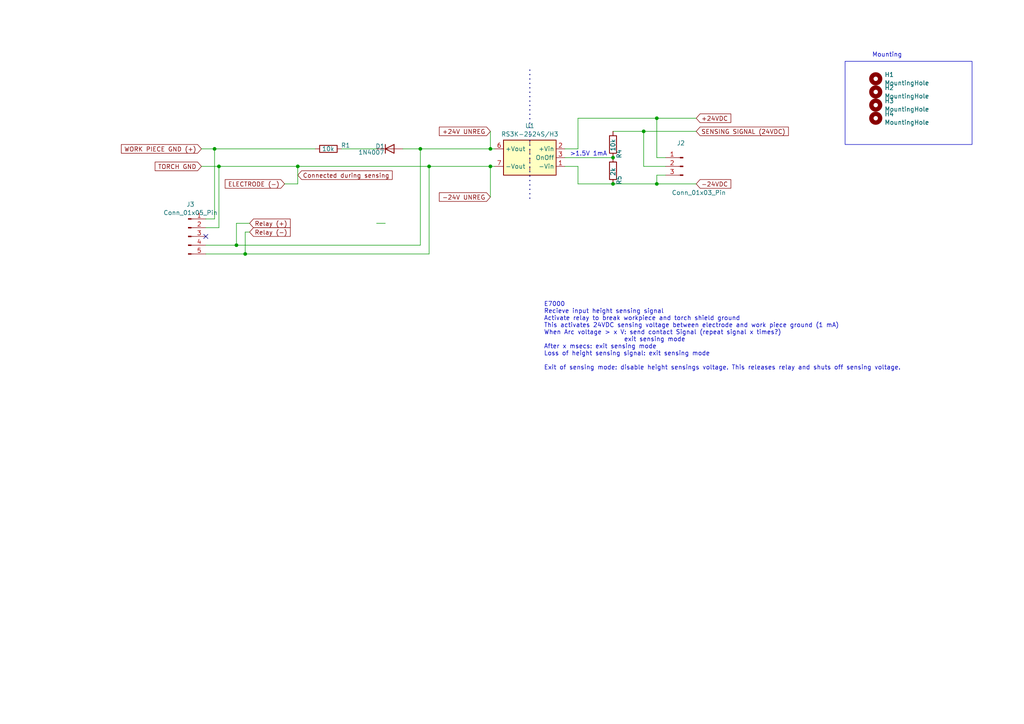
<source format=kicad_sch>
(kicad_sch
	(version 20231120)
	(generator "eeschema")
	(generator_version "8.0")
	(uuid "2f7c1153-70ce-434d-b080-3c6aade9d7b3")
	(paper "A4")
	(title_block
		(title "Clip work piece ground from torch grounded shield")
	)
	(lib_symbols
		(symbol "Connector:Conn_01x03_Pin"
			(pin_names
				(offset 1.016) hide)
			(exclude_from_sim no)
			(in_bom yes)
			(on_board yes)
			(property "Reference" "J"
				(at 0 5.08 0)
				(effects
					(font
						(size 1.27 1.27)
					)
				)
			)
			(property "Value" "Conn_01x03_Pin"
				(at 0 -5.08 0)
				(effects
					(font
						(size 1.27 1.27)
					)
				)
			)
			(property "Footprint" ""
				(at 0 0 0)
				(effects
					(font
						(size 1.27 1.27)
					)
					(hide yes)
				)
			)
			(property "Datasheet" "~"
				(at 0 0 0)
				(effects
					(font
						(size 1.27 1.27)
					)
					(hide yes)
				)
			)
			(property "Description" "Generic connector, single row, 01x03, script generated"
				(at 0 0 0)
				(effects
					(font
						(size 1.27 1.27)
					)
					(hide yes)
				)
			)
			(property "ki_locked" ""
				(at 0 0 0)
				(effects
					(font
						(size 1.27 1.27)
					)
				)
			)
			(property "ki_keywords" "connector"
				(at 0 0 0)
				(effects
					(font
						(size 1.27 1.27)
					)
					(hide yes)
				)
			)
			(property "ki_fp_filters" "Connector*:*_1x??_*"
				(at 0 0 0)
				(effects
					(font
						(size 1.27 1.27)
					)
					(hide yes)
				)
			)
			(symbol "Conn_01x03_Pin_1_1"
				(polyline
					(pts
						(xy 1.27 -2.54) (xy 0.8636 -2.54)
					)
					(stroke
						(width 0.1524)
						(type default)
					)
					(fill
						(type none)
					)
				)
				(polyline
					(pts
						(xy 1.27 0) (xy 0.8636 0)
					)
					(stroke
						(width 0.1524)
						(type default)
					)
					(fill
						(type none)
					)
				)
				(polyline
					(pts
						(xy 1.27 2.54) (xy 0.8636 2.54)
					)
					(stroke
						(width 0.1524)
						(type default)
					)
					(fill
						(type none)
					)
				)
				(rectangle
					(start 0.8636 -2.413)
					(end 0 -2.667)
					(stroke
						(width 0.1524)
						(type default)
					)
					(fill
						(type outline)
					)
				)
				(rectangle
					(start 0.8636 0.127)
					(end 0 -0.127)
					(stroke
						(width 0.1524)
						(type default)
					)
					(fill
						(type outline)
					)
				)
				(rectangle
					(start 0.8636 2.667)
					(end 0 2.413)
					(stroke
						(width 0.1524)
						(type default)
					)
					(fill
						(type outline)
					)
				)
				(pin passive line
					(at 5.08 2.54 180)
					(length 3.81)
					(name "Pin_1"
						(effects
							(font
								(size 1.27 1.27)
							)
						)
					)
					(number "1"
						(effects
							(font
								(size 1.27 1.27)
							)
						)
					)
				)
				(pin passive line
					(at 5.08 0 180)
					(length 3.81)
					(name "Pin_2"
						(effects
							(font
								(size 1.27 1.27)
							)
						)
					)
					(number "2"
						(effects
							(font
								(size 1.27 1.27)
							)
						)
					)
				)
				(pin passive line
					(at 5.08 -2.54 180)
					(length 3.81)
					(name "Pin_3"
						(effects
							(font
								(size 1.27 1.27)
							)
						)
					)
					(number "3"
						(effects
							(font
								(size 1.27 1.27)
							)
						)
					)
				)
			)
		)
		(symbol "Connector:Conn_01x05_Pin"
			(pin_names
				(offset 1.016) hide)
			(exclude_from_sim no)
			(in_bom yes)
			(on_board yes)
			(property "Reference" "J"
				(at 0 7.62 0)
				(effects
					(font
						(size 1.27 1.27)
					)
				)
			)
			(property "Value" "Conn_01x05_Pin"
				(at 0 -7.62 0)
				(effects
					(font
						(size 1.27 1.27)
					)
				)
			)
			(property "Footprint" ""
				(at 0 0 0)
				(effects
					(font
						(size 1.27 1.27)
					)
					(hide yes)
				)
			)
			(property "Datasheet" "~"
				(at 0 0 0)
				(effects
					(font
						(size 1.27 1.27)
					)
					(hide yes)
				)
			)
			(property "Description" "Generic connector, single row, 01x05, script generated"
				(at 0 0 0)
				(effects
					(font
						(size 1.27 1.27)
					)
					(hide yes)
				)
			)
			(property "ki_locked" ""
				(at 0 0 0)
				(effects
					(font
						(size 1.27 1.27)
					)
				)
			)
			(property "ki_keywords" "connector"
				(at 0 0 0)
				(effects
					(font
						(size 1.27 1.27)
					)
					(hide yes)
				)
			)
			(property "ki_fp_filters" "Connector*:*_1x??_*"
				(at 0 0 0)
				(effects
					(font
						(size 1.27 1.27)
					)
					(hide yes)
				)
			)
			(symbol "Conn_01x05_Pin_1_1"
				(polyline
					(pts
						(xy 1.27 -5.08) (xy 0.8636 -5.08)
					)
					(stroke
						(width 0.1524)
						(type default)
					)
					(fill
						(type none)
					)
				)
				(polyline
					(pts
						(xy 1.27 -2.54) (xy 0.8636 -2.54)
					)
					(stroke
						(width 0.1524)
						(type default)
					)
					(fill
						(type none)
					)
				)
				(polyline
					(pts
						(xy 1.27 0) (xy 0.8636 0)
					)
					(stroke
						(width 0.1524)
						(type default)
					)
					(fill
						(type none)
					)
				)
				(polyline
					(pts
						(xy 1.27 2.54) (xy 0.8636 2.54)
					)
					(stroke
						(width 0.1524)
						(type default)
					)
					(fill
						(type none)
					)
				)
				(polyline
					(pts
						(xy 1.27 5.08) (xy 0.8636 5.08)
					)
					(stroke
						(width 0.1524)
						(type default)
					)
					(fill
						(type none)
					)
				)
				(rectangle
					(start 0.8636 -4.953)
					(end 0 -5.207)
					(stroke
						(width 0.1524)
						(type default)
					)
					(fill
						(type outline)
					)
				)
				(rectangle
					(start 0.8636 -2.413)
					(end 0 -2.667)
					(stroke
						(width 0.1524)
						(type default)
					)
					(fill
						(type outline)
					)
				)
				(rectangle
					(start 0.8636 0.127)
					(end 0 -0.127)
					(stroke
						(width 0.1524)
						(type default)
					)
					(fill
						(type outline)
					)
				)
				(rectangle
					(start 0.8636 2.667)
					(end 0 2.413)
					(stroke
						(width 0.1524)
						(type default)
					)
					(fill
						(type outline)
					)
				)
				(rectangle
					(start 0.8636 5.207)
					(end 0 4.953)
					(stroke
						(width 0.1524)
						(type default)
					)
					(fill
						(type outline)
					)
				)
				(pin passive line
					(at 5.08 5.08 180)
					(length 3.81)
					(name "Pin_1"
						(effects
							(font
								(size 1.27 1.27)
							)
						)
					)
					(number "1"
						(effects
							(font
								(size 1.27 1.27)
							)
						)
					)
				)
				(pin passive line
					(at 5.08 2.54 180)
					(length 3.81)
					(name "Pin_2"
						(effects
							(font
								(size 1.27 1.27)
							)
						)
					)
					(number "2"
						(effects
							(font
								(size 1.27 1.27)
							)
						)
					)
				)
				(pin passive line
					(at 5.08 0 180)
					(length 3.81)
					(name "Pin_3"
						(effects
							(font
								(size 1.27 1.27)
							)
						)
					)
					(number "3"
						(effects
							(font
								(size 1.27 1.27)
							)
						)
					)
				)
				(pin passive line
					(at 5.08 -2.54 180)
					(length 3.81)
					(name "Pin_4"
						(effects
							(font
								(size 1.27 1.27)
							)
						)
					)
					(number "4"
						(effects
							(font
								(size 1.27 1.27)
							)
						)
					)
				)
				(pin passive line
					(at 5.08 -5.08 180)
					(length 3.81)
					(name "Pin_5"
						(effects
							(font
								(size 1.27 1.27)
							)
						)
					)
					(number "5"
						(effects
							(font
								(size 1.27 1.27)
							)
						)
					)
				)
			)
		)
		(symbol "Converter_DCDC:TEC3-2413UI"
			(exclude_from_sim no)
			(in_bom yes)
			(on_board yes)
			(property "Reference" "U"
				(at -7.62 6.35 0)
				(effects
					(font
						(size 1.27 1.27)
					)
					(justify left)
				)
			)
			(property "Value" "TEC3-2413UI"
				(at 1.524 6.35 0)
				(effects
					(font
						(size 1.27 1.27)
					)
				)
			)
			(property "Footprint" "Converter_DCDC:Converter_DCDC_TRACO_TEC3-24xxUI_THT"
				(at 0 -6.604 0)
				(effects
					(font
						(size 1.27 1.27)
					)
					(hide yes)
				)
			)
			(property "Datasheet" "https://www.tracopower.com/products/tec3ui.pdf"
				(at 0 -8.89 0)
				(effects
					(font
						(size 1.27 1.27)
					)
					(hide yes)
				)
			)
			(property "Description" "3W DC/DC converter regulated, 9-75V input, 15V fixed output voltage, 200mA output, 2.0kVDC isolation, SIP-8"
				(at 0 0 0)
				(effects
					(font
						(size 1.27 1.27)
					)
					(hide yes)
				)
			)
			(property "ki_keywords" "Traco isolated isolation dc-dc DC/DC converter regulated single 3W"
				(at 0 0 0)
				(effects
					(font
						(size 1.27 1.27)
					)
					(hide yes)
				)
			)
			(property "ki_fp_filters" "Converter*DCDC*TRACO*TEC3*24xxUI*THT*"
				(at 0 0 0)
				(effects
					(font
						(size 1.27 1.27)
					)
					(hide yes)
				)
			)
			(symbol "TEC3-2413UI_0_0"
				(pin power_in line
					(at -10.16 -2.54 0)
					(length 2.54)
					(name "-Vin"
						(effects
							(font
								(size 1.27 1.27)
							)
						)
					)
					(number "1"
						(effects
							(font
								(size 1.27 1.27)
							)
						)
					)
				)
				(pin power_in line
					(at -10.16 2.54 0)
					(length 2.54)
					(name "+Vin"
						(effects
							(font
								(size 1.27 1.27)
							)
						)
					)
					(number "2"
						(effects
							(font
								(size 1.27 1.27)
							)
						)
					)
				)
				(pin input line
					(at -10.16 0 0)
					(length 2.54)
					(name "OnOff"
						(effects
							(font
								(size 1.27 1.27)
							)
						)
					)
					(number "3"
						(effects
							(font
								(size 1.27 1.27)
							)
						)
					)
				)
				(pin no_connect line
					(at 0 5.08 270)
					(length 2.54) hide
					(name "NC"
						(effects
							(font
								(size 1.27 1.27)
							)
						)
					)
					(number "5"
						(effects
							(font
								(size 1.27 1.27)
							)
						)
					)
				)
				(pin power_out line
					(at 10.16 2.54 180)
					(length 2.54)
					(name "+Vout"
						(effects
							(font
								(size 1.27 1.27)
							)
						)
					)
					(number "6"
						(effects
							(font
								(size 1.27 1.27)
							)
						)
					)
				)
				(pin power_out line
					(at 10.16 -2.54 180)
					(length 2.54)
					(name "-Vout"
						(effects
							(font
								(size 1.27 1.27)
							)
						)
					)
					(number "7"
						(effects
							(font
								(size 1.27 1.27)
							)
						)
					)
				)
				(pin no_connect line
					(at 7.62 0 180)
					(length 2.54) hide
					(name "NC"
						(effects
							(font
								(size 1.27 1.27)
							)
						)
					)
					(number "8"
						(effects
							(font
								(size 1.27 1.27)
							)
						)
					)
				)
			)
			(symbol "TEC3-2413UI_0_1"
				(rectangle
					(start -7.62 5.08)
					(end 7.62 -5.08)
					(stroke
						(width 0.254)
						(type default)
					)
					(fill
						(type background)
					)
				)
				(polyline
					(pts
						(xy 0 -2.54) (xy 0 -3.81)
					)
					(stroke
						(width 0)
						(type default)
					)
					(fill
						(type none)
					)
				)
				(polyline
					(pts
						(xy 0 0) (xy 0 -1.27)
					)
					(stroke
						(width 0)
						(type default)
					)
					(fill
						(type none)
					)
				)
				(polyline
					(pts
						(xy 0 2.54) (xy 0 1.27)
					)
					(stroke
						(width 0)
						(type default)
					)
					(fill
						(type none)
					)
				)
				(polyline
					(pts
						(xy 0 5.08) (xy 0 3.81)
					)
					(stroke
						(width 0)
						(type default)
					)
					(fill
						(type none)
					)
				)
			)
		)
		(symbol "Device:R"
			(pin_numbers hide)
			(pin_names
				(offset 0)
			)
			(exclude_from_sim no)
			(in_bom yes)
			(on_board yes)
			(property "Reference" "R"
				(at 2.032 0 90)
				(effects
					(font
						(size 1.27 1.27)
					)
				)
			)
			(property "Value" "R"
				(at 0 0 90)
				(effects
					(font
						(size 1.27 1.27)
					)
				)
			)
			(property "Footprint" ""
				(at -1.778 0 90)
				(effects
					(font
						(size 1.27 1.27)
					)
					(hide yes)
				)
			)
			(property "Datasheet" "~"
				(at 0 0 0)
				(effects
					(font
						(size 1.27 1.27)
					)
					(hide yes)
				)
			)
			(property "Description" "Resistor"
				(at 0 0 0)
				(effects
					(font
						(size 1.27 1.27)
					)
					(hide yes)
				)
			)
			(property "ki_keywords" "R res resistor"
				(at 0 0 0)
				(effects
					(font
						(size 1.27 1.27)
					)
					(hide yes)
				)
			)
			(property "ki_fp_filters" "R_*"
				(at 0 0 0)
				(effects
					(font
						(size 1.27 1.27)
					)
					(hide yes)
				)
			)
			(symbol "R_0_1"
				(rectangle
					(start -1.016 -2.54)
					(end 1.016 2.54)
					(stroke
						(width 0.254)
						(type default)
					)
					(fill
						(type none)
					)
				)
			)
			(symbol "R_1_1"
				(pin passive line
					(at 0 3.81 270)
					(length 1.27)
					(name "~"
						(effects
							(font
								(size 1.27 1.27)
							)
						)
					)
					(number "1"
						(effects
							(font
								(size 1.27 1.27)
							)
						)
					)
				)
				(pin passive line
					(at 0 -3.81 90)
					(length 1.27)
					(name "~"
						(effects
							(font
								(size 1.27 1.27)
							)
						)
					)
					(number "2"
						(effects
							(font
								(size 1.27 1.27)
							)
						)
					)
				)
			)
		)
		(symbol "Diode:1N4007"
			(pin_numbers hide)
			(pin_names hide)
			(exclude_from_sim no)
			(in_bom yes)
			(on_board yes)
			(property "Reference" "D"
				(at 0 2.54 0)
				(effects
					(font
						(size 1.27 1.27)
					)
				)
			)
			(property "Value" "1N4007"
				(at 0 -2.54 0)
				(effects
					(font
						(size 1.27 1.27)
					)
				)
			)
			(property "Footprint" "Diode_THT:D_DO-41_SOD81_P10.16mm_Horizontal"
				(at 0 -4.445 0)
				(effects
					(font
						(size 1.27 1.27)
					)
					(hide yes)
				)
			)
			(property "Datasheet" "http://www.vishay.com/docs/88503/1n4001.pdf"
				(at 0 0 0)
				(effects
					(font
						(size 1.27 1.27)
					)
					(hide yes)
				)
			)
			(property "Description" "1000V 1A General Purpose Rectifier Diode, DO-41"
				(at 0 0 0)
				(effects
					(font
						(size 1.27 1.27)
					)
					(hide yes)
				)
			)
			(property "Sim.Device" "D"
				(at 0 0 0)
				(effects
					(font
						(size 1.27 1.27)
					)
					(hide yes)
				)
			)
			(property "Sim.Pins" "1=K 2=A"
				(at 0 0 0)
				(effects
					(font
						(size 1.27 1.27)
					)
					(hide yes)
				)
			)
			(property "ki_keywords" "diode"
				(at 0 0 0)
				(effects
					(font
						(size 1.27 1.27)
					)
					(hide yes)
				)
			)
			(property "ki_fp_filters" "D*DO?41*"
				(at 0 0 0)
				(effects
					(font
						(size 1.27 1.27)
					)
					(hide yes)
				)
			)
			(symbol "1N4007_0_1"
				(polyline
					(pts
						(xy -1.27 1.27) (xy -1.27 -1.27)
					)
					(stroke
						(width 0.254)
						(type default)
					)
					(fill
						(type none)
					)
				)
				(polyline
					(pts
						(xy 1.27 0) (xy -1.27 0)
					)
					(stroke
						(width 0)
						(type default)
					)
					(fill
						(type none)
					)
				)
				(polyline
					(pts
						(xy 1.27 1.27) (xy 1.27 -1.27) (xy -1.27 0) (xy 1.27 1.27)
					)
					(stroke
						(width 0.254)
						(type default)
					)
					(fill
						(type none)
					)
				)
			)
			(symbol "1N4007_1_1"
				(pin passive line
					(at -3.81 0 0)
					(length 2.54)
					(name "K"
						(effects
							(font
								(size 1.27 1.27)
							)
						)
					)
					(number "1"
						(effects
							(font
								(size 1.27 1.27)
							)
						)
					)
				)
				(pin passive line
					(at 3.81 0 180)
					(length 2.54)
					(name "A"
						(effects
							(font
								(size 1.27 1.27)
							)
						)
					)
					(number "2"
						(effects
							(font
								(size 1.27 1.27)
							)
						)
					)
				)
			)
		)
		(symbol "Mechanical:MountingHole"
			(pin_names
				(offset 1.016)
			)
			(exclude_from_sim yes)
			(in_bom no)
			(on_board yes)
			(property "Reference" "H"
				(at 0 5.08 0)
				(effects
					(font
						(size 1.27 1.27)
					)
				)
			)
			(property "Value" "MountingHole"
				(at 0 3.175 0)
				(effects
					(font
						(size 1.27 1.27)
					)
				)
			)
			(property "Footprint" ""
				(at 0 0 0)
				(effects
					(font
						(size 1.27 1.27)
					)
					(hide yes)
				)
			)
			(property "Datasheet" "~"
				(at 0 0 0)
				(effects
					(font
						(size 1.27 1.27)
					)
					(hide yes)
				)
			)
			(property "Description" "Mounting Hole without connection"
				(at 0 0 0)
				(effects
					(font
						(size 1.27 1.27)
					)
					(hide yes)
				)
			)
			(property "ki_keywords" "mounting hole"
				(at 0 0 0)
				(effects
					(font
						(size 1.27 1.27)
					)
					(hide yes)
				)
			)
			(property "ki_fp_filters" "MountingHole*"
				(at 0 0 0)
				(effects
					(font
						(size 1.27 1.27)
					)
					(hide yes)
				)
			)
			(symbol "MountingHole_0_1"
				(circle
					(center 0 0)
					(radius 1.27)
					(stroke
						(width 1.27)
						(type default)
					)
					(fill
						(type none)
					)
				)
			)
		)
	)
	(junction
		(at 68.58 71.12)
		(diameter 0)
		(color 0 0 0 0)
		(uuid "1363a363-cf6d-449f-aa65-f8dca29f6885")
	)
	(junction
		(at 62.23 43.18)
		(diameter 0)
		(color 0 0 0 0)
		(uuid "2aaefd86-bd07-4033-844c-50cc23b381ff")
	)
	(junction
		(at 186.69 38.1)
		(diameter 0)
		(color 0 0 0 0)
		(uuid "34f9172b-8c54-4a0f-9b5d-9335143bfaa5")
	)
	(junction
		(at 142.24 48.26)
		(diameter 0)
		(color 0 0 0 0)
		(uuid "37c43951-6260-4d7a-83d0-3b2bc434c8d4")
	)
	(junction
		(at 71.12 73.66)
		(diameter 0)
		(color 0 0 0 0)
		(uuid "3e1c1d1b-ca80-497c-bd0d-c5b2f6933349")
	)
	(junction
		(at 86.36 48.26)
		(diameter 0)
		(color 0 0 0 0)
		(uuid "3f27100a-11ee-414d-aff4-e59353b86b78")
	)
	(junction
		(at 124.46 48.26)
		(diameter 0)
		(color 0 0 0 0)
		(uuid "540c0c40-d521-4548-ad79-45d842153b39")
	)
	(junction
		(at 142.24 43.18)
		(diameter 0)
		(color 0 0 0 0)
		(uuid "5c7eae82-fc48-44a7-87e3-2b169c51f7a6")
	)
	(junction
		(at 190.5 53.34)
		(diameter 0)
		(color 0 0 0 0)
		(uuid "63e40dca-c178-4255-8f44-c475b0a60b2a")
	)
	(junction
		(at 177.8 53.34)
		(diameter 0)
		(color 0 0 0 0)
		(uuid "91716cb1-5341-4824-8f1e-3dc14ac5a6c6")
	)
	(junction
		(at 63.5 48.26)
		(diameter 0)
		(color 0 0 0 0)
		(uuid "a6d838f8-dc2d-403d-9a07-3f8605eea2d6")
	)
	(junction
		(at 121.92 43.18)
		(diameter 0)
		(color 0 0 0 0)
		(uuid "b42c242e-32de-4c09-8c31-8db31843586f")
	)
	(junction
		(at 177.8 45.72)
		(diameter 0)
		(color 0 0 0 0)
		(uuid "edb256d2-e21b-4584-871a-23efe329c1c6")
	)
	(junction
		(at 190.5 34.29)
		(diameter 0)
		(color 0 0 0 0)
		(uuid "f5abadfb-2abb-4ee4-96de-60678d4af991")
	)
	(no_connect
		(at 59.69 68.58)
		(uuid "838addef-1b41-4507-a7b0-dad4a6d31c93")
	)
	(wire
		(pts
			(xy 193.04 48.26) (xy 186.69 48.26)
		)
		(stroke
			(width 0)
			(type default)
		)
		(uuid "08825fa3-8e07-4ca0-a092-00e9929586c8")
	)
	(wire
		(pts
			(xy 167.64 43.18) (xy 163.83 43.18)
		)
		(stroke
			(width 0)
			(type default)
		)
		(uuid "1374e949-9a85-498c-a113-64bc2dc6c261")
	)
	(wire
		(pts
			(xy 121.92 43.18) (xy 142.24 43.18)
		)
		(stroke
			(width 0)
			(type default)
		)
		(uuid "15b9de44-a6eb-4008-82ad-8c2eda039d1c")
	)
	(wire
		(pts
			(xy 142.24 48.26) (xy 143.51 48.26)
		)
		(stroke
			(width 0)
			(type default)
		)
		(uuid "160de4d8-9513-4a04-b2d0-a1dfca1d68ce")
	)
	(wire
		(pts
			(xy 72.39 67.31) (xy 71.12 67.31)
		)
		(stroke
			(width 0)
			(type default)
		)
		(uuid "1b502def-70e6-4360-b7d2-ea8c6561acfb")
	)
	(wire
		(pts
			(xy 142.24 43.18) (xy 143.51 43.18)
		)
		(stroke
			(width 0)
			(type default)
		)
		(uuid "1d98e999-bcb5-4f4b-8cfd-2094199a0d4b")
	)
	(wire
		(pts
			(xy 186.69 48.26) (xy 186.69 38.1)
		)
		(stroke
			(width 0)
			(type default)
		)
		(uuid "250f7caa-9f60-42d9-ab48-9364015103ba")
	)
	(wire
		(pts
			(xy 190.5 34.29) (xy 201.93 34.29)
		)
		(stroke
			(width 0)
			(type default)
		)
		(uuid "2653ceff-e20a-413f-86e7-88bb388e1205")
	)
	(wire
		(pts
			(xy 190.5 45.72) (xy 190.5 34.29)
		)
		(stroke
			(width 0)
			(type default)
		)
		(uuid "287c9e4b-0a3e-465e-adad-2589019caf49")
	)
	(wire
		(pts
			(xy 71.12 73.66) (xy 124.46 73.66)
		)
		(stroke
			(width 0)
			(type default)
		)
		(uuid "289b99fc-a241-4995-8d67-a3dfd3f5b102")
	)
	(wire
		(pts
			(xy 177.8 38.1) (xy 186.69 38.1)
		)
		(stroke
			(width 0)
			(type default)
		)
		(uuid "2b2773e6-47b0-420d-9835-02ad7bb2804c")
	)
	(wire
		(pts
			(xy 167.64 34.29) (xy 190.5 34.29)
		)
		(stroke
			(width 0)
			(type default)
		)
		(uuid "32450982-b3ba-4eff-84b5-e563cfc45b99")
	)
	(wire
		(pts
			(xy 177.8 53.34) (xy 190.5 53.34)
		)
		(stroke
			(width 0)
			(type default)
		)
		(uuid "342a06dc-4bf7-481a-9f84-1499e4405e89")
	)
	(wire
		(pts
			(xy 124.46 73.66) (xy 124.46 48.26)
		)
		(stroke
			(width 0)
			(type default)
		)
		(uuid "393703a0-2d81-4f54-92ac-965366feb891")
	)
	(wire
		(pts
			(xy 190.5 53.34) (xy 201.93 53.34)
		)
		(stroke
			(width 0)
			(type default)
		)
		(uuid "3e911fa1-10d2-470b-9d74-b76c4fb17eea")
	)
	(wire
		(pts
			(xy 167.64 48.26) (xy 167.64 53.34)
		)
		(stroke
			(width 0)
			(type default)
		)
		(uuid "412876e9-bbbb-48f3-9bef-72afe0d78422")
	)
	(wire
		(pts
			(xy 186.69 38.1) (xy 201.93 38.1)
		)
		(stroke
			(width 0)
			(type default)
		)
		(uuid "43997313-21b9-45ba-8b9c-01cfe254dfe1")
	)
	(wire
		(pts
			(xy 72.39 64.77) (xy 68.58 64.77)
		)
		(stroke
			(width 0)
			(type default)
		)
		(uuid "43a737a9-02e8-438e-84ac-abcb1a7268bc")
	)
	(wire
		(pts
			(xy 63.5 48.26) (xy 86.36 48.26)
		)
		(stroke
			(width 0)
			(type default)
		)
		(uuid "488268ba-aead-4eb9-a6ad-24d9ca719d2f")
	)
	(wire
		(pts
			(xy 59.69 73.66) (xy 71.12 73.66)
		)
		(stroke
			(width 0)
			(type default)
		)
		(uuid "4a52ef85-d970-49cf-a03e-6b9b6c25ace4")
	)
	(wire
		(pts
			(xy 58.42 43.18) (xy 62.23 43.18)
		)
		(stroke
			(width 0)
			(type default)
		)
		(uuid "4d8b4d28-50de-480f-b980-e64f2c3e5b02")
	)
	(wire
		(pts
			(xy 62.23 63.5) (xy 62.23 43.18)
		)
		(stroke
			(width 0)
			(type default)
		)
		(uuid "4e1cfc6f-7ba7-4cd3-95bb-64bd2398faa7")
	)
	(wire
		(pts
			(xy 68.58 64.77) (xy 68.58 71.12)
		)
		(stroke
			(width 0)
			(type default)
		)
		(uuid "4f787532-6009-4f0a-a25a-918ad8f3f8b7")
	)
	(wire
		(pts
			(xy 111.76 64.77) (xy 109.22 64.77)
		)
		(stroke
			(width 0)
			(type default)
		)
		(uuid "52ebe5af-d1bb-49da-b5f1-69d677455d4f")
	)
	(wire
		(pts
			(xy 124.46 48.26) (xy 142.24 48.26)
		)
		(stroke
			(width 0)
			(type default)
		)
		(uuid "567b7863-74cf-4ef7-989e-425a6a99fffb")
	)
	(wire
		(pts
			(xy 163.83 45.72) (xy 177.8 45.72)
		)
		(stroke
			(width 0)
			(type default)
		)
		(uuid "5d0c69e9-c01b-4be7-b43c-14039068dcdb")
	)
	(wire
		(pts
			(xy 190.5 50.8) (xy 190.5 53.34)
		)
		(stroke
			(width 0)
			(type default)
		)
		(uuid "5e795cae-9ccb-4648-8240-fd61edf5b47a")
	)
	(bus
		(pts
			(xy 153.67 20.32) (xy 153.67 58.42)
		)
		(stroke
			(width 0)
			(type dot)
		)
		(uuid "613f69a4-0107-4cca-91e5-a0793d2742c5")
	)
	(wire
		(pts
			(xy 142.24 57.15) (xy 142.24 48.26)
		)
		(stroke
			(width 0)
			(type default)
		)
		(uuid "7b04a8f2-dd43-457e-adec-c0258efb300b")
	)
	(wire
		(pts
			(xy 167.64 34.29) (xy 167.64 43.18)
		)
		(stroke
			(width 0)
			(type default)
		)
		(uuid "8cbff296-6438-4900-ab6c-3630e6bd7eb5")
	)
	(wire
		(pts
			(xy 82.55 53.34) (xy 86.36 53.34)
		)
		(stroke
			(width 0)
			(type default)
		)
		(uuid "8f7f6974-751d-4489-a724-9a10dbb450ba")
	)
	(wire
		(pts
			(xy 99.06 43.18) (xy 109.22 43.18)
		)
		(stroke
			(width 0)
			(type default)
		)
		(uuid "93bd9c54-62da-4bd2-a4dc-1764939b651e")
	)
	(wire
		(pts
			(xy 116.84 43.18) (xy 121.92 43.18)
		)
		(stroke
			(width 0)
			(type default)
		)
		(uuid "9d13e583-9086-4848-8b5a-210bc6af26e4")
	)
	(wire
		(pts
			(xy 59.69 66.04) (xy 63.5 66.04)
		)
		(stroke
			(width 0)
			(type default)
		)
		(uuid "a6b36815-f0fc-4167-b414-57e42d05d52f")
	)
	(wire
		(pts
			(xy 193.04 45.72) (xy 190.5 45.72)
		)
		(stroke
			(width 0)
			(type default)
		)
		(uuid "a76baa4d-165a-4cd8-9d02-57d902843357")
	)
	(wire
		(pts
			(xy 86.36 48.26) (xy 86.36 53.34)
		)
		(stroke
			(width 0)
			(type default)
		)
		(uuid "a85bacdb-704a-4675-a55a-36d7546c1ba3")
	)
	(wire
		(pts
			(xy 59.69 63.5) (xy 62.23 63.5)
		)
		(stroke
			(width 0)
			(type default)
		)
		(uuid "a967b78e-3640-4cf4-862c-47b8147abcfa")
	)
	(wire
		(pts
			(xy 167.64 53.34) (xy 177.8 53.34)
		)
		(stroke
			(width 0)
			(type default)
		)
		(uuid "b5ade923-5037-49bb-ab85-6bf843f11c49")
	)
	(wire
		(pts
			(xy 86.36 48.26) (xy 124.46 48.26)
		)
		(stroke
			(width 0)
			(type default)
		)
		(uuid "b7d2aaeb-9097-4504-9f89-d598c4d336ad")
	)
	(wire
		(pts
			(xy 71.12 67.31) (xy 71.12 73.66)
		)
		(stroke
			(width 0)
			(type default)
		)
		(uuid "c2d123ab-7737-496d-8eb6-aad61e1e4334")
	)
	(wire
		(pts
			(xy 142.24 38.1) (xy 142.24 43.18)
		)
		(stroke
			(width 0)
			(type default)
		)
		(uuid "cebc312f-ecf3-4e72-b66a-acd9920fb69c")
	)
	(wire
		(pts
			(xy 68.58 71.12) (xy 121.92 71.12)
		)
		(stroke
			(width 0)
			(type default)
		)
		(uuid "cf1b1637-c9b6-49af-8572-bdc648909d4a")
	)
	(wire
		(pts
			(xy 193.04 50.8) (xy 190.5 50.8)
		)
		(stroke
			(width 0)
			(type default)
		)
		(uuid "e7321572-a38c-47b0-8a0d-2d573f52d5c7")
	)
	(wire
		(pts
			(xy 163.83 48.26) (xy 167.64 48.26)
		)
		(stroke
			(width 0)
			(type default)
		)
		(uuid "ea692671-510f-4533-bdce-481acf66fbff")
	)
	(wire
		(pts
			(xy 59.69 71.12) (xy 68.58 71.12)
		)
		(stroke
			(width 0)
			(type default)
		)
		(uuid "efb23a80-9ed2-4d47-8f57-3fe3b1854493")
	)
	(wire
		(pts
			(xy 63.5 66.04) (xy 63.5 48.26)
		)
		(stroke
			(width 0)
			(type default)
		)
		(uuid "f69009b6-9738-4468-b36c-38b3ba19dfd1")
	)
	(wire
		(pts
			(xy 62.23 43.18) (xy 91.44 43.18)
		)
		(stroke
			(width 0)
			(type default)
		)
		(uuid "f8aaf4af-e3cd-4188-931c-dd690e1351b6")
	)
	(wire
		(pts
			(xy 58.42 48.26) (xy 63.5 48.26)
		)
		(stroke
			(width 0)
			(type default)
		)
		(uuid "fdc42d48-05fa-49f6-959c-d90e52733927")
	)
	(wire
		(pts
			(xy 121.92 71.12) (xy 121.92 43.18)
		)
		(stroke
			(width 0)
			(type default)
		)
		(uuid "fe22e5d4-73c6-42f7-9745-211d488e6020")
	)
	(rectangle
		(start 245.11 17.78)
		(end 281.94 41.91)
		(stroke
			(width 0)
			(type default)
		)
		(fill
			(type none)
		)
		(uuid a9d0f8c2-7075-4e26-83e8-15065199ba8a)
	)
	(text "E7000\nRecieve input height sensing signal\nActivate relay to break workpiece and torch shield ground\nThis activates 24VDC sensing voltage between electrode and work piece ground (1 mA)\nWhen Arc voltage > x V: send contact Signal (repeat signal x times?)\n                        exit sensing mode\nAfter x msecs: exit sensing mode\nLoss of height sensing signal: exit sensing mode\n\nExit of sensing mode: disable height sensings voltage. This releases relay and shuts off sensing voltage.\n\n"
		(exclude_from_sim no)
		(at 157.734 98.552 0)
		(effects
			(font
				(size 1.27 1.27)
			)
			(justify left)
		)
		(uuid "1f36ced0-4a8d-4b0f-a4e1-e8559ec72122")
	)
	(text ">1.5V 1mA"
		(exclude_from_sim no)
		(at 170.688 44.704 0)
		(effects
			(font
				(size 1.27 1.27)
			)
		)
		(uuid "21ef9072-3d1e-4509-9099-3fcc99afe0e3")
	)
	(text "Mounting"
		(exclude_from_sim no)
		(at 257.302 16.002 0)
		(effects
			(font
				(size 1.27 1.27)
			)
		)
		(uuid "27e903f8-2cda-408a-b35c-af8280e3ce25")
	)
	(global_label "Connected during sensing"
		(shape input)
		(at 86.36 50.8 0)
		(fields_autoplaced yes)
		(effects
			(font
				(size 1.27 1.27)
			)
			(justify left)
		)
		(uuid "2826dd6c-5cf3-4548-9834-ac92358b94e8")
		(property "Intersheetrefs" "${INTERSHEET_REFS}"
			(at 114.3215 50.8 0)
			(effects
				(font
					(size 1.27 1.27)
				)
				(justify left)
				(hide yes)
			)
		)
	)
	(global_label "+24V UNREG"
		(shape input)
		(at 142.24 38.1 180)
		(fields_autoplaced yes)
		(effects
			(font
				(size 1.27 1.27)
			)
			(justify right)
		)
		(uuid "6d625087-2465-4970-a850-93c9993d32c2")
		(property "Intersheetrefs" "${INTERSHEET_REFS}"
			(at 126.8572 38.1 0)
			(effects
				(font
					(size 1.27 1.27)
				)
				(justify right)
				(hide yes)
			)
		)
	)
	(global_label "TORCH GND"
		(shape input)
		(at 58.42 48.26 180)
		(fields_autoplaced yes)
		(effects
			(font
				(size 1.27 1.27)
			)
			(justify right)
		)
		(uuid "6ec9d393-3507-4a78-9366-ffaf8d0786fc")
		(property "Intersheetrefs" "${INTERSHEET_REFS}"
			(at 44.4281 48.26 0)
			(effects
				(font
					(size 1.27 1.27)
				)
				(justify right)
				(hide yes)
			)
		)
	)
	(global_label "-24V UNREG"
		(shape input)
		(at 142.24 57.15 180)
		(fields_autoplaced yes)
		(effects
			(font
				(size 1.27 1.27)
			)
			(justify right)
		)
		(uuid "7d9a57dc-1da5-4ae1-8acb-fb0a54f669f3")
		(property "Intersheetrefs" "${INTERSHEET_REFS}"
			(at 126.8572 57.15 0)
			(effects
				(font
					(size 1.27 1.27)
				)
				(justify right)
				(hide yes)
			)
		)
	)
	(global_label "Relay (-)"
		(shape input)
		(at 72.39 67.31 0)
		(fields_autoplaced yes)
		(effects
			(font
				(size 1.27 1.27)
			)
			(justify left)
		)
		(uuid "8caec950-0429-404a-a48e-73695e8faee2")
		(property "Intersheetrefs" "${INTERSHEET_REFS}"
			(at 84.749 67.31 0)
			(effects
				(font
					(size 1.27 1.27)
				)
				(justify left)
				(hide yes)
			)
		)
	)
	(global_label "WORK PIECE GND (+)"
		(shape input)
		(at 58.42 43.18 180)
		(fields_autoplaced yes)
		(effects
			(font
				(size 1.27 1.27)
			)
			(justify right)
		)
		(uuid "8e0e7ccc-b90d-4c7e-83fd-c7e85d9863d3")
		(property "Intersheetrefs" "${INTERSHEET_REFS}"
			(at 34.631 43.18 0)
			(effects
				(font
					(size 1.27 1.27)
				)
				(justify right)
				(hide yes)
			)
		)
	)
	(global_label "+24VDC"
		(shape input)
		(at 201.93 34.29 0)
		(fields_autoplaced yes)
		(effects
			(font
				(size 1.27 1.27)
			)
			(justify left)
		)
		(uuid "b05a7639-1711-400c-a733-4aef8f69e8c9")
		(property "Intersheetrefs" "${INTERSHEET_REFS}"
			(at 212.5352 34.29 0)
			(effects
				(font
					(size 1.27 1.27)
				)
				(justify left)
				(hide yes)
			)
		)
	)
	(global_label "-24VDC"
		(shape input)
		(at 201.93 53.34 0)
		(fields_autoplaced yes)
		(effects
			(font
				(size 1.27 1.27)
			)
			(justify left)
		)
		(uuid "bd606692-a779-472b-8869-42d1e6141454")
		(property "Intersheetrefs" "${INTERSHEET_REFS}"
			(at 212.5352 53.34 0)
			(effects
				(font
					(size 1.27 1.27)
				)
				(justify left)
				(hide yes)
			)
		)
	)
	(global_label "ELECTRODE (-)"
		(shape input)
		(at 82.55 53.34 180)
		(fields_autoplaced yes)
		(effects
			(font
				(size 1.27 1.27)
			)
			(justify right)
		)
		(uuid "de3c183a-11d5-48a4-abd7-979b95fbe48c")
		(property "Intersheetrefs" "${INTERSHEET_REFS}"
			(at 64.7482 53.34 0)
			(effects
				(font
					(size 1.27 1.27)
				)
				(justify right)
				(hide yes)
			)
		)
	)
	(global_label "SENSING SIGNAL (24VDC)"
		(shape input)
		(at 201.93 38.1 0)
		(fields_autoplaced yes)
		(effects
			(font
				(size 1.27 1.27)
			)
			(justify left)
		)
		(uuid "de424800-6af7-4893-a026-1ea6454cc777")
		(property "Intersheetrefs" "${INTERSHEET_REFS}"
			(at 229.2267 38.1 0)
			(effects
				(font
					(size 1.27 1.27)
				)
				(justify left)
				(hide yes)
			)
		)
	)
	(global_label "Relay (+)"
		(shape input)
		(at 72.39 64.77 0)
		(fields_autoplaced yes)
		(effects
			(font
				(size 1.27 1.27)
			)
			(justify left)
		)
		(uuid "fd468efe-5bf8-438c-b460-f5e9d5af6f85")
		(property "Intersheetrefs" "${INTERSHEET_REFS}"
			(at 84.749 64.77 0)
			(effects
				(font
					(size 1.27 1.27)
				)
				(justify left)
				(hide yes)
			)
		)
	)
	(symbol
		(lib_id "Device:R")
		(at 95.25 43.18 90)
		(unit 1)
		(exclude_from_sim no)
		(in_bom yes)
		(on_board yes)
		(dnp no)
		(uuid "1431b03f-edc2-4586-b646-d5c3e81e275c")
		(property "Reference" "R1"
			(at 101.6 42.164 90)
			(effects
				(font
					(size 1.27 1.27)
				)
				(justify left)
			)
		)
		(property "Value" "10k"
			(at 97.028 43.18 90)
			(effects
				(font
					(size 1.27 1.27)
				)
				(justify left)
			)
		)
		(property "Footprint" "Resistor_SMD:R_2512_6332Metric_Pad1.40x3.35mm_HandSolder"
			(at 95.25 44.958 90)
			(effects
				(font
					(size 1.27 1.27)
				)
				(hide yes)
			)
		)
		(property "Datasheet" "~"
			(at 95.25 43.18 0)
			(effects
				(font
					(size 1.27 1.27)
				)
				(hide yes)
			)
		)
		(property "Description" "Resistor"
			(at 95.25 43.18 0)
			(effects
				(font
					(size 1.27 1.27)
				)
				(hide yes)
			)
		)
		(pin "2"
			(uuid "b17eab27-744c-4574-87c8-0366524e02eb")
		)
		(pin "1"
			(uuid "43e3419e-6020-4196-9ded-a3e5c57a82e7")
		)
		(instances
			(project "THTIC3"
				(path "/2f7c1153-70ce-434d-b080-3c6aade9d7b3"
					(reference "R1")
					(unit 1)
				)
			)
		)
	)
	(symbol
		(lib_id "Mechanical:MountingHole")
		(at 254 26.67 0)
		(unit 1)
		(exclude_from_sim yes)
		(in_bom no)
		(on_board yes)
		(dnp no)
		(fields_autoplaced yes)
		(uuid "16840c9c-f009-445b-809d-ad6f9c769100")
		(property "Reference" "H2"
			(at 256.54 25.4578 0)
			(effects
				(font
					(size 1.27 1.27)
				)
				(justify left)
			)
		)
		(property "Value" "MountingHole"
			(at 256.54 27.8821 0)
			(effects
				(font
					(size 1.27 1.27)
				)
				(justify left)
			)
		)
		(property "Footprint" "MountingHole:MountingHole_3.2mm_M3"
			(at 254 26.67 0)
			(effects
				(font
					(size 1.27 1.27)
				)
				(hide yes)
			)
		)
		(property "Datasheet" "~"
			(at 254 26.67 0)
			(effects
				(font
					(size 1.27 1.27)
				)
				(hide yes)
			)
		)
		(property "Description" "Mounting Hole without connection"
			(at 254 26.67 0)
			(effects
				(font
					(size 1.27 1.27)
				)
				(hide yes)
			)
		)
		(instances
			(project "THCIC"
				(path "/2f7c1153-70ce-434d-b080-3c6aade9d7b3"
					(reference "H2")
					(unit 1)
				)
			)
		)
	)
	(symbol
		(lib_id "Mechanical:MountingHole")
		(at 254 30.48 0)
		(unit 1)
		(exclude_from_sim yes)
		(in_bom no)
		(on_board yes)
		(dnp no)
		(fields_autoplaced yes)
		(uuid "309cf554-7dea-456d-be45-443beb1eb356")
		(property "Reference" "H3"
			(at 256.54 29.2678 0)
			(effects
				(font
					(size 1.27 1.27)
				)
				(justify left)
			)
		)
		(property "Value" "MountingHole"
			(at 256.54 31.6921 0)
			(effects
				(font
					(size 1.27 1.27)
				)
				(justify left)
			)
		)
		(property "Footprint" "MountingHole:MountingHole_3.2mm_M3"
			(at 254 30.48 0)
			(effects
				(font
					(size 1.27 1.27)
				)
				(hide yes)
			)
		)
		(property "Datasheet" "~"
			(at 254 30.48 0)
			(effects
				(font
					(size 1.27 1.27)
				)
				(hide yes)
			)
		)
		(property "Description" "Mounting Hole without connection"
			(at 254 30.48 0)
			(effects
				(font
					(size 1.27 1.27)
				)
				(hide yes)
			)
		)
		(instances
			(project "THCIC"
				(path "/2f7c1153-70ce-434d-b080-3c6aade9d7b3"
					(reference "H3")
					(unit 1)
				)
			)
		)
	)
	(symbol
		(lib_id "Device:R")
		(at 177.8 49.53 0)
		(mirror y)
		(unit 1)
		(exclude_from_sim no)
		(in_bom yes)
		(on_board yes)
		(dnp no)
		(uuid "3a591332-2880-45d2-b8af-f17237b886c3")
		(property "Reference" "R5"
			(at 179.578 53.594 90)
			(effects
				(font
					(size 1.27 1.27)
				)
				(justify left)
			)
		)
		(property "Value" "2k"
			(at 177.8 51.054 90)
			(effects
				(font
					(size 1.27 1.27)
				)
				(justify left)
			)
		)
		(property "Footprint" "Resistor_SMD:R_0805_2012Metric_Pad1.20x1.40mm_HandSolder"
			(at 179.578 49.53 90)
			(effects
				(font
					(size 1.27 1.27)
				)
				(hide yes)
			)
		)
		(property "Datasheet" "~"
			(at 177.8 49.53 0)
			(effects
				(font
					(size 1.27 1.27)
				)
				(hide yes)
			)
		)
		(property "Description" "Resistor"
			(at 177.8 49.53 0)
			(effects
				(font
					(size 1.27 1.27)
				)
				(hide yes)
			)
		)
		(pin "2"
			(uuid "8303435e-81c2-415d-ade5-b7ad18ee6031")
		)
		(pin "1"
			(uuid "962fa95c-dd16-48d7-8c1d-d1956ace0419")
		)
		(instances
			(project "THTIC3"
				(path "/2f7c1153-70ce-434d-b080-3c6aade9d7b3"
					(reference "R5")
					(unit 1)
				)
			)
		)
	)
	(symbol
		(lib_id "Mechanical:MountingHole")
		(at 254 22.86 0)
		(unit 1)
		(exclude_from_sim yes)
		(in_bom no)
		(on_board yes)
		(dnp no)
		(fields_autoplaced yes)
		(uuid "4a92cd42-854d-40b8-94c8-4c25d0aae700")
		(property "Reference" "H1"
			(at 256.54 21.6478 0)
			(effects
				(font
					(size 1.27 1.27)
				)
				(justify left)
			)
		)
		(property "Value" "MountingHole"
			(at 256.54 24.0721 0)
			(effects
				(font
					(size 1.27 1.27)
				)
				(justify left)
			)
		)
		(property "Footprint" "MountingHole:MountingHole_3.2mm_M3"
			(at 254 22.86 0)
			(effects
				(font
					(size 1.27 1.27)
				)
				(hide yes)
			)
		)
		(property "Datasheet" "~"
			(at 254 22.86 0)
			(effects
				(font
					(size 1.27 1.27)
				)
				(hide yes)
			)
		)
		(property "Description" "Mounting Hole without connection"
			(at 254 22.86 0)
			(effects
				(font
					(size 1.27 1.27)
				)
				(hide yes)
			)
		)
		(instances
			(project ""
				(path "/2f7c1153-70ce-434d-b080-3c6aade9d7b3"
					(reference "H1")
					(unit 1)
				)
			)
		)
	)
	(symbol
		(lib_id "Converter_DCDC:TEC3-2413UI")
		(at 153.67 45.72 0)
		(mirror y)
		(unit 1)
		(exclude_from_sim no)
		(in_bom yes)
		(on_board yes)
		(dnp no)
		(uuid "5753cea9-0491-4408-b552-c37b3775e175")
		(property "Reference" "U1"
			(at 153.67 36.4955 0)
			(effects
				(font
					(size 1.27 1.27)
				)
			)
		)
		(property "Value" "RS3K-2424S/H3"
			(at 153.67 38.9198 0)
			(effects
				(font
					(size 1.27 1.27)
				)
			)
		)
		(property "Footprint" "Converter_DCDC:Converter_DCDC_TRACO_TEC3-24xxUI_THT"
			(at 153.67 52.324 0)
			(effects
				(font
					(size 1.27 1.27)
				)
				(hide yes)
			)
		)
		(property "Datasheet" "https://www.tracopower.com/products/tec3ui.pdf"
			(at 153.67 54.61 0)
			(effects
				(font
					(size 1.27 1.27)
				)
				(hide yes)
			)
		)
		(property "Description" "3W DC/DC converter regulated, 9-75V input, 15V fixed output voltage, 200mA output, 2.0kVDC isolation, SIP-8"
			(at 153.67 45.72 0)
			(effects
				(font
					(size 1.27 1.27)
				)
				(hide yes)
			)
		)
		(pin "6"
			(uuid "df7613be-70c4-4440-b5ea-34c27d288769")
		)
		(pin "1"
			(uuid "a5f7244d-bb45-437b-bd4f-ea0595689f9d")
		)
		(pin "5"
			(uuid "e7e0672e-1b6c-4ffb-bdb1-a4aced69b613")
		)
		(pin "3"
			(uuid "3676f0ba-dcc8-4273-af90-28a2ce12b0e9")
		)
		(pin "8"
			(uuid "3b67558d-5be8-4b48-840d-739ebc687440")
		)
		(pin "7"
			(uuid "076cf90c-818a-42e5-a295-797a88068f61")
		)
		(pin "2"
			(uuid "24e218d3-023c-44f5-a81f-d34d4ee744fd")
		)
		(instances
			(project ""
				(path "/2f7c1153-70ce-434d-b080-3c6aade9d7b3"
					(reference "U1")
					(unit 1)
				)
			)
		)
	)
	(symbol
		(lib_id "Mechanical:MountingHole")
		(at 254 34.29 0)
		(unit 1)
		(exclude_from_sim yes)
		(in_bom no)
		(on_board yes)
		(dnp no)
		(fields_autoplaced yes)
		(uuid "75680c8b-7d96-4d2b-b7b2-23a19e38eb58")
		(property "Reference" "H4"
			(at 256.54 33.0778 0)
			(effects
				(font
					(size 1.27 1.27)
				)
				(justify left)
			)
		)
		(property "Value" "MountingHole"
			(at 256.54 35.5021 0)
			(effects
				(font
					(size 1.27 1.27)
				)
				(justify left)
			)
		)
		(property "Footprint" "MountingHole:MountingHole_3.2mm_M3"
			(at 254 34.29 0)
			(effects
				(font
					(size 1.27 1.27)
				)
				(hide yes)
			)
		)
		(property "Datasheet" "~"
			(at 254 34.29 0)
			(effects
				(font
					(size 1.27 1.27)
				)
				(hide yes)
			)
		)
		(property "Description" "Mounting Hole without connection"
			(at 254 34.29 0)
			(effects
				(font
					(size 1.27 1.27)
				)
				(hide yes)
			)
		)
		(instances
			(project "THCIC"
				(path "/2f7c1153-70ce-434d-b080-3c6aade9d7b3"
					(reference "H4")
					(unit 1)
				)
			)
		)
	)
	(symbol
		(lib_id "Device:R")
		(at 177.8 41.91 0)
		(mirror y)
		(unit 1)
		(exclude_from_sim no)
		(in_bom yes)
		(on_board yes)
		(dnp no)
		(uuid "8109579b-8512-4b4b-86fc-2597c123d118")
		(property "Reference" "R4"
			(at 179.578 45.974 90)
			(effects
				(font
					(size 1.27 1.27)
				)
				(justify left)
			)
		)
		(property "Value" "10k"
			(at 177.8 43.942 90)
			(effects
				(font
					(size 1.27 1.27)
				)
				(justify left)
			)
		)
		(property "Footprint" "Resistor_SMD:R_0805_2012Metric_Pad1.20x1.40mm_HandSolder"
			(at 179.578 41.91 90)
			(effects
				(font
					(size 1.27 1.27)
				)
				(hide yes)
			)
		)
		(property "Datasheet" "~"
			(at 177.8 41.91 0)
			(effects
				(font
					(size 1.27 1.27)
				)
				(hide yes)
			)
		)
		(property "Description" "Resistor"
			(at 177.8 41.91 0)
			(effects
				(font
					(size 1.27 1.27)
				)
				(hide yes)
			)
		)
		(pin "2"
			(uuid "2097c979-e473-4b22-806a-5d6498e63825")
		)
		(pin "1"
			(uuid "0ba22aac-8326-4065-95d5-31d24b45254f")
		)
		(instances
			(project "THTIC3"
				(path "/2f7c1153-70ce-434d-b080-3c6aade9d7b3"
					(reference "R4")
					(unit 1)
				)
			)
		)
	)
	(symbol
		(lib_id "Diode:1N4007")
		(at 113.03 43.18 0)
		(unit 1)
		(exclude_from_sim no)
		(in_bom yes)
		(on_board yes)
		(dnp no)
		(uuid "9c723cc0-ade8-4448-b420-262985c3b551")
		(property "Reference" "D1"
			(at 110.236 42.418 0)
			(effects
				(font
					(size 1.27 1.27)
				)
			)
		)
		(property "Value" "1N4007"
			(at 107.696 44.196 0)
			(effects
				(font
					(size 1.27 1.27)
				)
			)
		)
		(property "Footprint" "Diode_THT:D_DO-41_SOD81_P10.16mm_Horizontal"
			(at 113.03 47.625 0)
			(effects
				(font
					(size 1.27 1.27)
				)
				(hide yes)
			)
		)
		(property "Datasheet" "http://www.vishay.com/docs/88503/1n4001.pdf"
			(at 113.03 43.18 0)
			(effects
				(font
					(size 1.27 1.27)
				)
				(hide yes)
			)
		)
		(property "Description" "1000V 1A General Purpose Rectifier Diode, DO-41"
			(at 113.03 43.18 0)
			(effects
				(font
					(size 1.27 1.27)
				)
				(hide yes)
			)
		)
		(property "Sim.Device" "D"
			(at 113.03 43.18 0)
			(effects
				(font
					(size 1.27 1.27)
				)
				(hide yes)
			)
		)
		(property "Sim.Pins" "1=K 2=A"
			(at 113.03 43.18 0)
			(effects
				(font
					(size 1.27 1.27)
				)
				(hide yes)
			)
		)
		(pin "2"
			(uuid "6e9d20c3-84ab-4d49-96cd-4afb9c10ac3a")
		)
		(pin "1"
			(uuid "5f5ea7e7-78a1-44df-8bdf-ef2b96fb2a87")
		)
		(instances
			(project "THTIC3"
				(path "/2f7c1153-70ce-434d-b080-3c6aade9d7b3"
					(reference "D1")
					(unit 1)
				)
			)
		)
	)
	(symbol
		(lib_id "Connector:Conn_01x05_Pin")
		(at 54.61 68.58 0)
		(unit 1)
		(exclude_from_sim no)
		(in_bom yes)
		(on_board yes)
		(dnp no)
		(fields_autoplaced yes)
		(uuid "e0478a0e-7911-4bc7-9b8a-0c0438ea6e9a")
		(property "Reference" "J3"
			(at 55.245 59.2793 0)
			(effects
				(font
					(size 1.27 1.27)
				)
			)
		)
		(property "Value" "Conn_01x05_Pin"
			(at 55.245 61.7036 0)
			(effects
				(font
					(size 1.27 1.27)
				)
			)
		)
		(property "Footprint" "Connector_Phoenix_MC:PhoenixContact_MCV_1,5_5-G-3.5_1x05_P3.50mm_Vertical"
			(at 54.61 68.58 0)
			(effects
				(font
					(size 1.27 1.27)
				)
				(hide yes)
			)
		)
		(property "Datasheet" "~"
			(at 54.61 68.58 0)
			(effects
				(font
					(size 1.27 1.27)
				)
				(hide yes)
			)
		)
		(property "Description" "Generic connector, single row, 01x05, script generated"
			(at 54.61 68.58 0)
			(effects
				(font
					(size 1.27 1.27)
				)
				(hide yes)
			)
		)
		(pin "4"
			(uuid "b2c70be4-9410-4615-b0a1-738b887065b1")
		)
		(pin "5"
			(uuid "a8f124af-959f-4cba-96d6-f6c3fff8d492")
		)
		(pin "1"
			(uuid "485b2b76-b16a-4900-8871-645bb5bafde4")
		)
		(pin "2"
			(uuid "be4345c9-7acf-4d77-bca7-66c38852ed38")
		)
		(pin "3"
			(uuid "46ac8640-08c9-491c-b3b6-c1144bd91458")
		)
		(instances
			(project ""
				(path "/2f7c1153-70ce-434d-b080-3c6aade9d7b3"
					(reference "J3")
					(unit 1)
				)
			)
		)
	)
	(symbol
		(lib_id "Connector:Conn_01x03_Pin")
		(at 198.12 48.26 0)
		(mirror y)
		(unit 1)
		(exclude_from_sim no)
		(in_bom yes)
		(on_board yes)
		(dnp no)
		(uuid "e6bf06e6-0318-4cc3-a193-63cb4bd373c6")
		(property "Reference" "J2"
			(at 197.485 41.4993 0)
			(effects
				(font
					(size 1.27 1.27)
				)
			)
		)
		(property "Value" "Conn_01x03_Pin"
			(at 202.692 55.88 0)
			(effects
				(font
					(size 1.27 1.27)
				)
			)
		)
		(property "Footprint" "Connector_Phoenix_MC:PhoenixContact_MCV_1,5_3-G-3.5_1x03_P3.50mm_Vertical"
			(at 198.12 48.26 0)
			(effects
				(font
					(size 1.27 1.27)
				)
				(hide yes)
			)
		)
		(property "Datasheet" "~"
			(at 198.12 48.26 0)
			(effects
				(font
					(size 1.27 1.27)
				)
				(hide yes)
			)
		)
		(property "Description" "Generic connector, single row, 01x03, script generated"
			(at 198.12 48.26 0)
			(effects
				(font
					(size 1.27 1.27)
				)
				(hide yes)
			)
		)
		(pin "3"
			(uuid "e55dd80c-0588-4801-b431-b2f16e5bbf03")
		)
		(pin "1"
			(uuid "6152dd98-46dc-412e-80a1-687353df9b9a")
		)
		(pin "2"
			(uuid "474a96bb-5f1b-4dbb-8237-246c82acc7cc")
		)
		(instances
			(project ""
				(path "/2f7c1153-70ce-434d-b080-3c6aade9d7b3"
					(reference "J2")
					(unit 1)
				)
			)
		)
	)
	(sheet_instances
		(path "/"
			(page "1")
		)
	)
)

</source>
